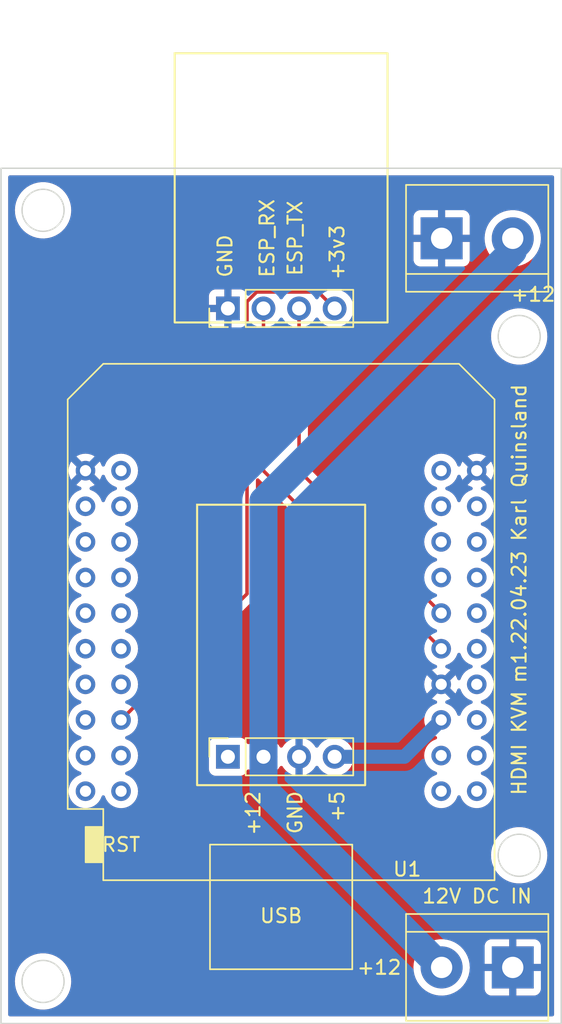
<source format=kicad_pcb>
(kicad_pcb (version 20211014) (generator pcbnew)
  (layers (0 "F.Cu" signal) (31 "B.Cu" signal) (34 "B.Paste" user) (35 "F.Paste" user) (36 "B.SilkS" user "B.Silkscreen") (37 "F.SilkS" user "F.Silkscreen") (38 "B.Mask" user) (39 "F.Mask" user) (44 "Edge.Cuts" user))
  (net 0 "")
  (net 1 "GND")
  (net 2 "+12V")
  (net 4 "+5V")
  (net 5 "ESP_RX")
  (net 6 "ESP_TX")
  (net 7 "+3V3")
  (footprint "Connector_PinSocket_2.54mm:PinSocket_1x04_P2.54mm_Vertical" (layer "F.Cu") (at 56.2 76.975 90)
    (fp_text reference "J3" hide)
    (fp_text value "DC_BUCK_CONN")
    (fp_line (start 1.33 -1.33) (end 1.33 0) (layer "F.SilkS") (width 0.12))
    (fp_line (start -1.33 1.27) (end 1.33 1.27) (layer "F.SilkS") (width 0.12))
    (fp_line (start 1.33 1.27) (end 1.33 8.95) (layer "F.SilkS") (width 0.12))
    (fp_line (start -1.33 1.27) (end -1.33 8.95) (layer "F.SilkS") (width 0.12))
    (fp_line (start 0 -1.33) (end 1.33 -1.33) (layer "F.SilkS") (width 0.12))
    (fp_line (start -1.33 8.95) (end 1.33 8.95) (layer "F.SilkS") (width 0.12))
    (pad "1" thru_hole rect (at 0 0 90) (size 1.7 1.7) (drill 1) (layers *.Cu *.Mask))
    (pad "2" thru_hole oval (at 0 2.54 90) (size 1.7 1.7) (drill 1) (layers *.Cu *.Mask) (net 2 "+12V"))
    (pad "3" thru_hole oval (at 0 5.08 90) (size 1.7 1.7) (drill 1) (layers *.Cu *.Mask) (net 1 "GND"))
    (pad "4" thru_hole oval (at 0 7.62 90) (size 1.7 1.7) (drill 1) (layers *.Cu *.Mask) (net 4 "+5V"))
  )
  (footprint "ESP32_mini:ESP32_mini" (layer "F.Cu") (at 60 68)
    (fp_text reference "U1" (at 9 17) (layer "F.SilkS"))
    (fp_text value "mini_esp32")
    (fp_text user "RST" (at -11.43 15.24) (layer "F.SilkS"))
    (fp_text user "USB" (at 0 20.32) (layer "F.SilkS"))
    (fp_line (start 5.08 24.13) (end 5.08 17.78) (layer "F.SilkS") (width 0.12))
    (fp_line (start -5.08 17.78) (end -5.08 15.24) (layer "F.SilkS") (width 0.12))
    (fp_line (start -12.7 12.7) (end -12.7 17.78) (layer "F.SilkS") (width 0.12))
    (fp_line (start -5.08 17.78) (end -5.08 24.13) (layer "F.SilkS") (width 0.12))
    (fp_line (start 15.24 -16.51) (end 15.24 17.78) (layer "F.SilkS") (width 0.12))
    (fp_line (start -12.7 -19.05) (end -15.24 -16.51) (layer "F.SilkS") (width 0.12))
    (fp_line (start 5.08 15.24) (end 5.08 17.78) (layer "F.SilkS") (width 0.12))
    (fp_line (start -12.7 17.78) (end 15.24 17.78) (layer "F.SilkS") (width 0.12))
    (fp_line (start -5.08 24.13) (end 5.08 24.13) (layer "F.SilkS") (width 0.12))
    (fp_line (start -5.08 15.24) (end 5.08 15.24) (layer "F.SilkS") (width 0.12))
    (fp_line (start -15.24 12.7) (end -12.7 12.7) (layer "F.SilkS") (width 0.12))
    (fp_line (start -15.24 -16.51) (end -15.24 12.7) (layer "F.SilkS") (width 0.12))
    (fp_line (start -12.7 -19.05) (end -11.43 -19.05) (layer "F.SilkS") (width 0.12))
    (fp_line (start 12.7 -19.05) (end 15.24 -16.51) (layer "F.SilkS") (width 0.12))
    (fp_line (start 12.7 -19.05) (end -11.43 -19.05) (layer "F.SilkS") (width 0.12))
    (fp_poly (pts (xy -13.97 16.51) (xy -13.97 13.97) (xy -12.7 13.97) (xy -12.7 16.51)) (layer "F.SilkS") (width 0.1) (fill solid))
    (pad "1" thru_hole circle locked (at -13.97 -11.43 270) (size 1.4 1.4) (drill 0.8) (layers *.Cu *.Mask) (net 1 "GND"))
    (pad "2" thru_hole circle locked (at -11.43 -11.43 270) (size 1.4 1.4) (drill 0.8) (layers *.Cu *.Mask))
    (pad "3" thru_hole circle locked (at -13.97 -8.89 270) (size 1.4 1.4) (drill 0.8) (layers *.Cu *.Mask))
    (pad "4" thru_hole circle locked (at -11.43 -8.89 270) (size 1.4 1.4) (drill 0.8) (layers *.Cu *.Mask))
    (pad "5" thru_hole circle locked (at -13.97 -6.35 270) (size 1.4 1.4) (drill 0.8) (layers *.Cu *.Mask))
    (pad "6" thru_hole circle locked (at -11.43 -6.35 270) (size 1.4 1.4) (drill 0.8) (layers *.Cu *.Mask))
    (pad "7" thru_hole circle locked (at -13.97 -3.81 270) (size 1.4 1.4) (drill 0.8) (layers *.Cu *.Mask))
    (pad "8" thru_hole circle locked (at -11.43 -3.81 270) (size 1.4 1.4) (drill 0.8) (layers *.Cu *.Mask))
    (pad "9" thru_hole circle locked (at -13.97 -1.27 270) (size 1.4 1.4) (drill 0.8) (layers *.Cu *.Mask))
    (pad "10" thru_hole circle locked (at -11.43 -1.27 270) (size 1.4 1.4) (drill 0.8) (layers *.Cu *.Mask))
    (pad "11" thru_hole circle locked (at -13.97 1.27 270) (size 1.4 1.4) (drill 0.8) (layers *.Cu *.Mask))
    (pad "12" thru_hole circle locked (at -11.43 1.27 270) (size 1.4 1.4) (drill 0.8) (layers *.Cu *.Mask))
    (pad "13" thru_hole circle locked (at -13.97 3.81 270) (size 1.4 1.4) (drill 0.8) (layers *.Cu *.Mask))
    (pad "14" thru_hole circle locked (at -11.43 3.81 270) (size 1.4 1.4) (drill 0.8) (layers *.Cu *.Mask))
    (pad "15" thru_hole circle locked (at -13.97 6.35 270) (size 1.4 1.4) (drill 0.8) (layers *.Cu *.Mask))
    (pad "16" thru_hole circle locked (at -11.43 6.35 270) (size 1.4 1.4) (drill 0.8) (layers *.Cu *.Mask) (net 7 "+3V3"))
    (pad "17" thru_hole circle locked (at -13.97 8.89 270) (size 1.4 1.4) (drill 0.8) (layers *.Cu *.Mask))
    (pad "18" thru_hole circle locked (at -11.43 8.89 270) (size 1.4 1.4) (drill 0.8) (layers *.Cu *.Mask))
    (pad "19" thru_hole circle locked (at -13.97 11.43 270) (size 1.4 1.4) (drill 0.8) (layers *.Cu *.Mask))
    (pad "20" thru_hole circle locked (at -11.43 11.43 270) (size 1.4 1.4) (drill 0.8) (layers *.Cu *.Mask))
    (pad "21" thru_hole circle locked (at 11.43 -11.43 270) (size 1.4 1.4) (drill 0.8) (layers *.Cu *.Mask))
    (pad "22" thru_hole circle locked (at 13.97 -11.43 270) (size 1.4 1.4) (drill 0.8) (layers *.Cu *.Mask) (net 1 "GND"))
    (pad "23" thru_hole circle locked (at 11.43 -8.89 270) (size 1.4 1.4) (drill 0.8) (layers *.Cu *.Mask))
    (pad "24" thru_hole circle locked (at 13.97 -8.89 270) (size 1.4 1.4) (drill 0.8) (layers *.Cu *.Mask))
    (pad "25" thru_hole circle locked (at 11.43 -6.35 270) (size 1.4 1.4) (drill 0.8) (layers *.Cu *.Mask))
    (pad "26" thru_hole circle locked (at 13.97 -6.35 270) (size 1.4 1.4) (drill 0.8) (layers *.Cu *.Mask))
    (pad "27" thru_hole circle locked (at 11.43 -3.81 270) (size 1.4 1.4) (drill 0.8) (layers *.Cu *.Mask))
    (pad "28" thru_hole circle locked (at 13.97 -3.81 270) (size 1.4 1.4) (drill 0.8) (layers *.Cu *.Mask))
    (pad "29" thru_hole circle locked (at 11.43 -1.27 270) (size 1.4 1.4) (drill 0.8) (layers *.Cu *.Mask) (net 6 "ESP_TX"))
    (pad "30" thru_hole circle locked (at 13.97 -1.27 270) (size 1.4 1.4) (drill 0.8) (layers *.Cu *.Mask))
    (pad "31" thru_hole circle locked (at 11.43 1.27 270) (size 1.4 1.4) (drill 0.8) (layers *.Cu *.Mask) (net 5 "ESP_RX"))
    (pad "32" thru_hole circle locked (at 13.97 1.27 270) (size 1.4 1.4) (drill 0.8) (layers *.Cu *.Mask))
    (pad "33" thru_hole circle locked (at 11.43 3.81 270) (size 1.4 1.4) (drill 0.8) (layers *.Cu *.Mask) (net 1 "GND"))
    (pad "34" thru_hole circle locked (at 13.97 3.81 270) (size 1.4 1.4) (drill 0.8) (layers *.Cu *.Mask))
    (pad "35" thru_hole circle locked (at 11.43 6.35 270) (size 1.4 1.4) (drill 0.8) (layers *.Cu *.Mask) (net 4 "+5V"))
    (pad "36" thru_hole circle locked (at 13.97 6.35 270) (size 1.4 1.4) (drill 0.8) (layers *.Cu *.Mask))
    (pad "37" thru_hole circle locked (at 11.43 8.89 270) (size 1.4 1.4) (drill 0.8) (layers *.Cu *.Mask))
    (pad "38" thru_hole circle locked (at 13.97 8.89 270) (size 1.4 1.4) (drill 0.8) (layers *.Cu *.Mask))
    (pad "39" thru_hole circle locked (at 11.43 11.43 270) (size 1.4 1.4) (drill 0.8) (layers *.Cu *.Mask))
    (pad "40" thru_hole circle locked (at 13.97 11.43 270) (size 1.4 1.4) (drill 0.8) (layers *.Cu *.Mask))
  )
  (footprint "TerminalBlock:TerminalBlock_bornier-2_P5.08mm" (layer "F.Cu") (at 71.46 40)
    (fp_text reference "J2" hide)
    (fp_text value "12V DC OUT")
    (fp_line (start 7.62 -3.81) (end -2.54 -3.81) (layer "F.SilkS") (width 0.12))
    (fp_line (start 7.62 3.81) (end 7.62 -3.81) (layer "F.SilkS") (width 0.12))
    (fp_line (start -2.54 3.81) (end 7.62 3.81) (layer "F.SilkS") (width 0.12))
    (fp_line (start 7.62 2.54) (end -2.54 2.54) (layer "F.SilkS") (width 0.12))
    (fp_line (start -2.54 -3.81) (end -2.54 3.81) (layer "F.SilkS") (width 0.12))
    (pad "1" thru_hole rect (at 0 0) (size 3 3) (drill 1.52) (layers *.Cu *.Mask) (net 1 "GND"))
    (pad "2" thru_hole circle (at 5.08 0) (size 3 3) (drill 1.52) (layers *.Cu *.Mask) (net 2 "+12V"))
  )
  (footprint "Connector_PinHeader_2.54mm:PinHeader_1x04_P2.54mm_Vertical" (layer "F.Cu") (at 56.2 45 90)
    (fp_text reference "J4" hide)
    (fp_text value "Conn_01x04_Male" hide)
    (fp_line (start 1.33 1.27) (end 1.33 8.95) (layer "F.SilkS") (width 0.12))
    (fp_line (start -1.33 1.27) (end -1.33 8.95) (layer "F.SilkS") (width 0.12))
    (fp_line (start -1.33 8.95) (end 1.33 8.95) (layer "F.SilkS") (width 0.12))
    (fp_line (start -1.33 -1.33) (end 0 -1.33) (layer "F.SilkS") (width 0.12))
    (fp_line (start -1.33 0) (end -1.33 -1.33) (layer "F.SilkS") (width 0.12))
    (fp_line (start -1.33 1.27) (end 1.33 1.27) (layer "F.SilkS") (width 0.12))
    (pad "1" thru_hole rect locked (at 0 0 90) (size 1.7 1.7) (drill 1) (layers *.Cu *.Mask) (net 1 "GND"))
    (pad "2" thru_hole oval locked (at 0 2.54 90) (size 1.7 1.7) (drill 1) (layers *.Cu *.Mask) (net 5 "ESP_RX"))
    (pad "3" thru_hole oval locked (at 0 5.08 90) (size 1.7 1.7) (drill 1) (layers *.Cu *.Mask) (net 6 "ESP_TX"))
    (pad "4" thru_hole oval locked (at 0 7.62 90) (size 1.7 1.7) (drill 1) (layers *.Cu *.Mask) (net 7 "+3V3"))
  )
  (footprint "TerminalBlock:TerminalBlock_bornier-2_P5.08mm" (layer "F.Cu") (at 76.54 92 180)
    (fp_text reference "J1" hide)
    (fp_text value "12V DC IN" (at 2.54 5.08) (layer "F.SilkS"))
    (fp_line (start 7.62 2.54) (end -2.54 2.54) (layer "F.SilkS") (width 0.12))
    (fp_line (start 7.62 -3.81) (end -2.54 -3.81) (layer "F.SilkS") (width 0.12))
    (fp_line (start -2.54 3.81) (end 7.62 3.81) (layer "F.SilkS") (width 0.12))
    (fp_line (start 7.62 3.81) (end 7.62 -3.81) (layer "F.SilkS") (width 0.12))
    (fp_line (start -2.54 -3.81) (end -2.54 3.81) (layer "F.SilkS") (width 0.12))
    (pad "1" thru_hole rect (at 0 0 180) (size 3 3) (drill 1.52) (layers *.Cu *.Mask) (net 1 "GND"))
    (pad "2" thru_hole circle (at 5.08 0 180) (size 3 3) (drill 1.52) (layers *.Cu *.Mask) (net 2 "+12V"))
  )
  (gr_rect (start 66 79) (end 54 59) (layer "F.SilkS") (width 0.15) (fill none))
  (gr_rect locked (start 52.4 26.8) (end 67.6 46) (layer "F.SilkS") (width 0.15) (fill none))
  (gr_circle (center 77 84) (end 78.5 84) (layer "Edge.Cuts") (width 0.1) (fill none))
  (gr_circle (center 77 47) (end 78.5 47) (layer "Edge.Cuts") (width 0.1) (fill none))
  (gr_rect (start 80 35) (end 40 96) (layer "Edge.Cuts") (width 0.1) (fill none))
  (gr_circle (center 43 93) (end 44.5 93) (layer "Edge.Cuts") (width 0.1) (fill none))
  (gr_circle (center 43 38) (end 44.5 38) (layer "Edge.Cuts") (width 0.1) (fill none))
  (gr_text "+3v3" (at 64 41 90) (layer "F.SilkS") (effects (font (size 1 1))))
  (gr_text "ESP_RX" (at 59 40 90) (layer "F.SilkS") (effects (font (size 1 1))))
  (gr_text "ESP_TX" (at 61 40 90) (layer "F.SilkS") (effects (font (size 1 1))))
  (gr_text "GND" (at 61 80.952381 90) (layer "F.SilkS") (effects (font (size 1 1))))
  (gr_text "m1.22.04.23\n" (at 77 67 90) (layer "F.SilkS") (effects (font (size 1 1))))
  (gr_text "+12" (at 78 44) (layer "F.SilkS") (effects (font (size 1 1))))
  (gr_text "HDMI KVM" (at 77 76 90) (layer "F.SilkS") (effects (font (size 1 1))))
  (gr_text "+5" (at 64 80.523809 90) (layer "F.SilkS") (effects (font (size 1 1))))
  (gr_text "Karl Quinsland\n" (at 77 56 90) (layer "F.SilkS") (effects (font (size 1 1))))
  (gr_text "+12" (at 67 92) (layer "F.SilkS") (effects (font (size 1 1))))
  (gr_text "+12" (at 58 81 90) (layer "F.SilkS") (effects (font (size 1 1))))
  (gr_text "GND" (at 56 41.261905 90) (layer "F.SilkS") (effects (font (size 1 1))))
  (segment (start 58.74 79.28) (end 58.74 76.975) (width 2) (layer "B.Cu") (net 2))
  (segment (start 58.74 58.719022) (end 76.54 40.919022) (width 2) (layer "B.Cu") (net 2))
  (segment (start 71.46 92) (end 58.74 79.28) (width 2) (layer "B.Cu") (net 2))
  (segment (start 76.54 40.919022) (end 76.54 40) (width 2) (layer "B.Cu") (net 2))
  (segment (start 58.74 76.975) (end 58.74 58.719022) (width 2) (layer "B.Cu") (net 2))
  (segment (start 68.805 76.975) (end 71.43 74.35) (width 1) (layer "B.Cu") (net 4))
  (segment (start 63.82 76.975) (end 68.805 76.975) (width 1) (layer "B.Cu") (net 4))
  (segment (start 58.74 45) (end 58.74 56.58) (width 0.25) (layer "F.Cu") (net 5))
  (segment (start 58.74 56.58) (end 71.43 69.27) (width 0.25) (layer "F.Cu") (net 5))
  (segment (start 61.28 56.58) (end 71.43 66.73) (width 0.25) (layer "F.Cu") (net 6))
  (segment (start 61.28 45) (end 61.28 56.58) (width 0.25) (layer "F.Cu") (net 6))
  (segment (start 57.565489 44.513501) (end 58.253501 43.825489) (width 0.25) (layer "F.Cu") (net 7))
  (segment (start 62.645489 43.825489) (end 63.82 45) (width 0.25) (layer "F.Cu") (net 7))
  (segment (start 58.253501 43.825489) (end 62.645489 43.825489) (width 0.25) (layer "F.Cu") (net 7))
  (segment (start 57.565489 65.354511) (end 57.565489 44.513501) (width 0.25) (layer "F.Cu") (net 7))
  (segment (start 48.57 74.35) (end 57.565489 65.354511) (width 0.25) (layer "F.Cu") (net 7))
  (zone (net 1) (net_name "GND") (layers F&B.Cu) (connect_pads (clearance 0.508)) (min_thickness 0.254) (fill yes (thermal_gap 0.508) (thermal_bridge_width 0.508))
    (polygon (pts (xy 80 96) (xy 40 96) (xy 40 35) (xy 80 35)))
  )
)
</source>
